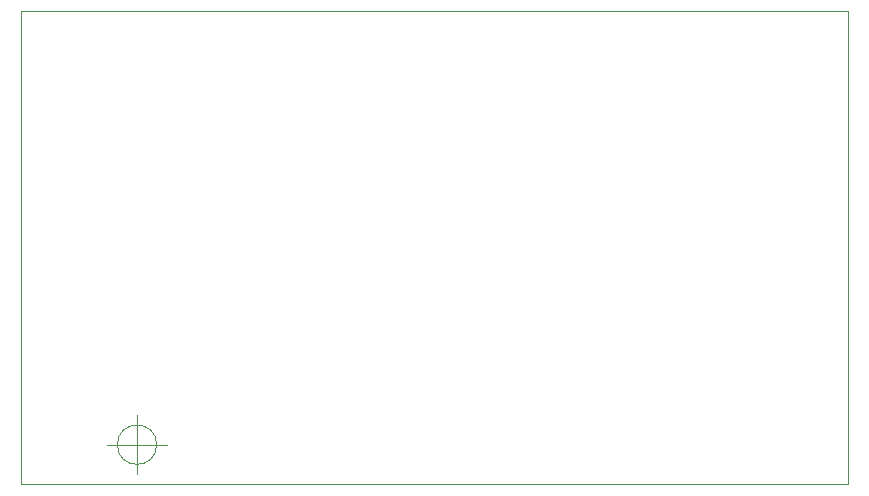
<source format=gbr>
G04 #@! TF.GenerationSoftware,KiCad,Pcbnew,(5.1.2)-1*
G04 #@! TF.CreationDate,2019-08-30T22:43:59-03:00*
G04 #@! TF.ProjectId,colpitts,636f6c70-6974-4747-932e-6b696361645f,v1*
G04 #@! TF.SameCoordinates,Original*
G04 #@! TF.FileFunction,Profile,NP*
%FSLAX46Y46*%
G04 Gerber Fmt 4.6, Leading zero omitted, Abs format (unit mm)*
G04 Created by KiCad (PCBNEW (5.1.2)-1) date 2019-08-30 22:43:59*
%MOMM*%
%LPD*%
G04 APERTURE LIST*
%ADD10C,0.050000*%
G04 APERTURE END LIST*
D10*
X101488666Y-106680000D02*
G75*
G03X101488666Y-106680000I-1666666J0D01*
G01*
X97322000Y-106680000D02*
X102322000Y-106680000D01*
X99822000Y-104180000D02*
X99822000Y-109180000D01*
X101488666Y-106680000D02*
G75*
G03X101488666Y-106680000I-1666666J0D01*
G01*
X97322000Y-106680000D02*
X102322000Y-106680000D01*
X99822000Y-104180000D02*
X99822000Y-109180000D01*
X101488666Y-106680000D02*
G75*
G03X101488666Y-106680000I-1666666J0D01*
G01*
X97322000Y-106680000D02*
X102322000Y-106680000D01*
X99822000Y-104180000D02*
X99822000Y-109180000D01*
X101488666Y-106680000D02*
G75*
G03X101488666Y-106680000I-1666666J0D01*
G01*
X97322000Y-106680000D02*
X102322000Y-106680000D01*
X99822000Y-104180000D02*
X99822000Y-109180000D01*
X90000000Y-110000000D02*
X90000000Y-70000000D01*
X160000000Y-110000000D02*
X90000000Y-110000000D01*
X160000000Y-70000000D02*
X160000000Y-110000000D01*
X90000000Y-70000000D02*
X160000000Y-70000000D01*
M02*

</source>
